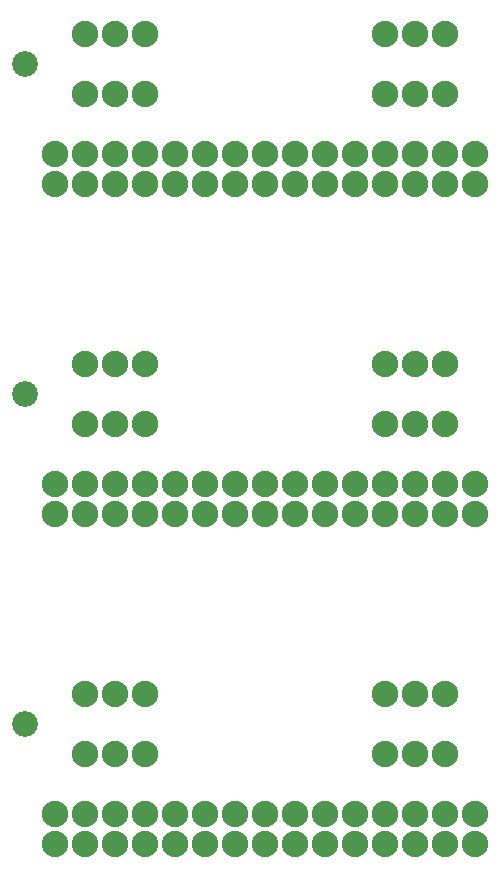
<source format=gbs>
G04 MADE WITH FRITZING*
G04 WWW.FRITZING.ORG*
G04 DOUBLE SIDED*
G04 HOLES PLATED*
G04 CONTOUR ON CENTER OF CONTOUR VECTOR*
%ASAXBY*%
%FSLAX23Y23*%
%MOIN*%
%OFA0B0*%
%SFA1.0B1.0*%
%ADD10C,0.088000*%
%ADD11C,0.085433*%
%LNMASK0*%
G90*
G70*
G54D10*
X608Y921D03*
X708Y921D03*
X808Y921D03*
X1608Y921D03*
X1708Y921D03*
X1808Y921D03*
X1608Y721D03*
X1708Y721D03*
X1808Y721D03*
X1608Y1821D03*
X1708Y1821D03*
X1808Y1821D03*
X1608Y2921D03*
X1708Y2921D03*
X1808Y2921D03*
X608Y721D03*
X708Y721D03*
X808Y721D03*
X608Y1821D03*
X708Y1821D03*
X808Y1821D03*
X608Y2921D03*
X708Y2921D03*
X808Y2921D03*
G54D11*
X408Y821D03*
X408Y1921D03*
X408Y3021D03*
G54D10*
X1908Y1621D03*
X1808Y1621D03*
X1708Y1621D03*
X1608Y1621D03*
X1508Y1621D03*
X1408Y1621D03*
X1308Y1621D03*
X1208Y1621D03*
X1108Y1621D03*
X1008Y1621D03*
X908Y1621D03*
X808Y1621D03*
X708Y1621D03*
X608Y1621D03*
X508Y1621D03*
X1908Y2721D03*
X1808Y2721D03*
X1708Y2721D03*
X1608Y2721D03*
X1508Y2721D03*
X1408Y2721D03*
X1308Y2721D03*
X1208Y2721D03*
X1108Y2721D03*
X1008Y2721D03*
X908Y2721D03*
X808Y2721D03*
X708Y2721D03*
X608Y2721D03*
X508Y2721D03*
X1908Y521D03*
X1808Y521D03*
X1708Y521D03*
X1608Y521D03*
X1508Y521D03*
X1408Y521D03*
X1308Y521D03*
X1208Y521D03*
X1108Y521D03*
X1008Y521D03*
X908Y521D03*
X808Y521D03*
X708Y521D03*
X608Y521D03*
X508Y521D03*
X1908Y1521D03*
X1808Y1521D03*
X1708Y1521D03*
X1608Y1521D03*
X1508Y1521D03*
X1408Y1521D03*
X1308Y1521D03*
X1208Y1521D03*
X1108Y1521D03*
X1008Y1521D03*
X908Y1521D03*
X808Y1521D03*
X708Y1521D03*
X608Y1521D03*
X508Y1521D03*
X1908Y2621D03*
X1808Y2621D03*
X1708Y2621D03*
X1608Y2621D03*
X1508Y2621D03*
X1408Y2621D03*
X1308Y2621D03*
X1208Y2621D03*
X1108Y2621D03*
X1008Y2621D03*
X908Y2621D03*
X808Y2621D03*
X708Y2621D03*
X608Y2621D03*
X508Y2621D03*
X1908Y421D03*
X1808Y421D03*
X1708Y421D03*
X1608Y421D03*
X1508Y421D03*
X1408Y421D03*
X1308Y421D03*
X1208Y421D03*
X1108Y421D03*
X1008Y421D03*
X908Y421D03*
X808Y421D03*
X708Y421D03*
X608Y421D03*
X508Y421D03*
X608Y2021D03*
X708Y2021D03*
X808Y2021D03*
X1608Y2021D03*
X1708Y2021D03*
X1808Y2021D03*
X608Y3121D03*
X708Y3121D03*
X808Y3121D03*
X1608Y3121D03*
X1708Y3121D03*
X1808Y3121D03*
G04 End of Mask0*
M02*
</source>
